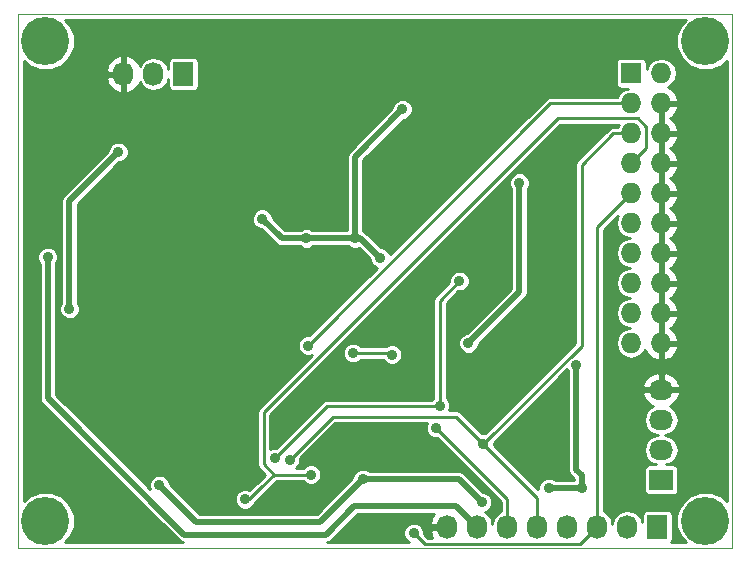
<source format=gbr>
G04 #@! TF.FileFunction,Copper,L2,Bot,Signal*
%FSLAX46Y46*%
G04 Gerber Fmt 4.6, Leading zero omitted, Abs format (unit mm)*
G04 Created by KiCad (PCBNEW (2015-01-17 BZR 5377)-product) date Fri 28 Aug 2015 03:12:13 PM ART*
%MOMM*%
G01*
G04 APERTURE LIST*
%ADD10C,0.100000*%
%ADD11R,1.727200X2.032000*%
%ADD12O,1.727200X2.032000*%
%ADD13R,2.032000X1.727200*%
%ADD14O,2.032000X1.727200*%
%ADD15R,1.727200X1.727200*%
%ADD16O,1.727200X1.727200*%
%ADD17C,4.064000*%
%ADD18C,0.889000*%
%ADD19C,0.508000*%
%ADD20C,0.762000*%
%ADD21C,0.254000*%
G04 APERTURE END LIST*
D10*
X137414000Y-78486000D02*
X136906000Y-78486000D01*
X137414000Y-123698000D02*
X137414000Y-78486000D01*
X136906000Y-123698000D02*
X137414000Y-123698000D01*
X76962000Y-78486000D02*
X76962000Y-81534000D01*
X136906000Y-78486000D02*
X76962000Y-78486000D01*
X133350000Y-123698000D02*
X136906000Y-123698000D01*
X76962000Y-81534000D02*
X76962000Y-112014000D01*
X76962000Y-123698000D02*
X133350000Y-123698000D01*
X76962000Y-112014000D02*
X76962000Y-123698000D01*
D11*
X131064000Y-121920000D03*
D12*
X128524000Y-121920000D03*
X125984000Y-121920000D03*
X123444000Y-121920000D03*
X120904000Y-121920000D03*
X118364000Y-121920000D03*
X115824000Y-121920000D03*
X113284000Y-121920000D03*
D13*
X131381500Y-117919500D03*
D14*
X131381500Y-115379500D03*
X131381500Y-112839500D03*
X131381500Y-110299500D03*
D15*
X128841500Y-83502500D03*
D16*
X131381500Y-83502500D03*
X128841500Y-86042500D03*
X131381500Y-86042500D03*
X128841500Y-88582500D03*
X131381500Y-88582500D03*
X128841500Y-91122500D03*
X131381500Y-91122500D03*
X128841500Y-93662500D03*
X131381500Y-93662500D03*
X128841500Y-96202500D03*
X131381500Y-96202500D03*
X128841500Y-98742500D03*
X131381500Y-98742500D03*
X128841500Y-101282500D03*
X131381500Y-101282500D03*
X128841500Y-103822500D03*
X131381500Y-103822500D03*
X128841500Y-106362500D03*
X131381500Y-106362500D03*
D11*
X90932000Y-83566000D03*
D12*
X88392000Y-83566000D03*
X85852000Y-83566000D03*
D17*
X79248000Y-121412000D03*
X135128000Y-80772000D03*
X79248000Y-80772000D03*
X135128000Y-121412000D03*
D18*
X88900000Y-86106000D03*
X78486000Y-92964000D03*
X105918000Y-83820000D03*
X98425000Y-104013000D03*
X96901000Y-110236000D03*
X105156000Y-116078000D03*
X102235000Y-119888000D03*
X82804000Y-109728000D03*
X86487000Y-111252000D03*
X88011000Y-107315000D03*
X106172000Y-121158000D03*
X122174000Y-111252000D03*
X120523000Y-113538000D03*
X120904000Y-103759000D03*
X123063000Y-94107000D03*
X107188000Y-104521000D03*
X111633000Y-103759000D03*
X108458000Y-110744000D03*
X101600000Y-110998000D03*
X95504000Y-106553000D03*
X100584000Y-100584000D03*
X119380000Y-108204000D03*
X127635000Y-115062000D03*
X127635000Y-116332000D03*
X88900000Y-118364000D03*
X85407500Y-90170000D03*
X81280000Y-103441500D03*
X119380000Y-92773500D03*
X115062000Y-106362500D03*
X106108500Y-117856000D03*
X116205000Y-119824500D03*
X107569000Y-99123500D03*
X97599500Y-95821500D03*
X101346000Y-97472500D03*
X109474000Y-86550500D03*
X105473500Y-97472500D03*
X124650500Y-118618000D03*
X121856500Y-118618000D03*
X124206000Y-108204000D03*
X108585000Y-107315000D03*
X105283000Y-107188000D03*
X79438500Y-99060000D03*
X96139000Y-119570500D03*
X101727000Y-117475000D03*
X110426500Y-122428000D03*
X114300000Y-101092000D03*
X98679000Y-116078000D03*
X112649000Y-111696500D03*
X99949000Y-116205000D03*
X116332000Y-114871500D03*
X112331500Y-113538000D03*
X101473000Y-106553000D03*
D19*
X106172000Y-121158000D02*
X110998000Y-121158000D01*
X110998000Y-121158000D02*
X111760000Y-121920000D01*
X111760000Y-121920000D02*
X113284000Y-121920000D01*
X122174000Y-111252000D02*
X120523000Y-112903000D01*
X120523000Y-112903000D02*
X120523000Y-113538000D01*
X120904000Y-103759000D02*
X123063000Y-101600000D01*
X123063000Y-101600000D02*
X123063000Y-94107000D01*
D20*
X107188000Y-104521000D02*
X107950000Y-103759000D01*
X107950000Y-103759000D02*
X111633000Y-103759000D01*
D19*
X108458000Y-110744000D02*
X108204000Y-110998000D01*
X108204000Y-110998000D02*
X101600000Y-110998000D01*
X131381500Y-110299500D02*
X128841500Y-110299500D01*
X127635000Y-111506000D02*
X127635000Y-115062000D01*
X127635000Y-115062000D02*
X127635000Y-116332000D01*
X128841500Y-110299500D02*
X127635000Y-111506000D01*
X106108500Y-117856000D02*
X102489000Y-121475500D01*
X92011500Y-121475500D02*
X88900000Y-118364000D01*
X102489000Y-121475500D02*
X92011500Y-121475500D01*
X81280000Y-94297500D02*
X85407500Y-90170000D01*
X81280000Y-103441500D02*
X81280000Y-94297500D01*
X115062000Y-106362500D02*
X119380000Y-102044500D01*
X119380000Y-102044500D02*
X119380000Y-92773500D01*
X114236500Y-117856000D02*
X106108500Y-117856000D01*
X116205000Y-119824500D02*
X114236500Y-117856000D01*
X105473500Y-97472500D02*
X105918000Y-97472500D01*
X105918000Y-97472500D02*
X107569000Y-99123500D01*
X101346000Y-97472500D02*
X99250500Y-97472500D01*
X99250500Y-97472500D02*
X97599500Y-95821500D01*
X105473500Y-97472500D02*
X101346000Y-97472500D01*
X105473500Y-90551000D02*
X105473500Y-97472500D01*
X109474000Y-86550500D02*
X105473500Y-90551000D01*
X121856500Y-118618000D02*
X124650500Y-118618000D01*
X124206000Y-117094000D02*
X124650500Y-117538500D01*
X124650500Y-117538500D02*
X124650500Y-118618000D01*
X124206000Y-108204000D02*
X124206000Y-117094000D01*
D21*
X108585000Y-107315000D02*
X108458000Y-107188000D01*
X108458000Y-107188000D02*
X105283000Y-107188000D01*
D19*
X115824000Y-121920000D02*
X114046000Y-120142000D01*
X79438500Y-110998000D02*
X79438500Y-99060000D01*
X90995500Y-122555000D02*
X79438500Y-110998000D01*
X102997000Y-122555000D02*
X90995500Y-122555000D01*
X105410000Y-120142000D02*
X102997000Y-122555000D01*
X114046000Y-120142000D02*
X105410000Y-120142000D01*
D21*
X97536000Y-118554500D02*
X98615500Y-117475000D01*
X96520000Y-119570500D02*
X97536000Y-118554500D01*
X96139000Y-119570500D02*
X96520000Y-119570500D01*
X101727000Y-117475000D02*
X98615500Y-117475000D01*
X130111500Y-89852500D02*
X128841500Y-91122500D01*
X98615500Y-117475000D02*
X97726500Y-116586000D01*
X97726500Y-116586000D02*
X97726500Y-112204500D01*
X97726500Y-112204500D02*
X122618500Y-87312500D01*
X122618500Y-87312500D02*
X129413000Y-87312500D01*
X129413000Y-87312500D02*
X130111500Y-88011000D01*
X130111500Y-88011000D02*
X130111500Y-89852500D01*
X125984000Y-121920000D02*
X125984000Y-96520000D01*
X125984000Y-96520000D02*
X128841500Y-93662500D01*
X125984000Y-121920000D02*
X124523500Y-123380500D01*
X111379000Y-123380500D02*
X110426500Y-122428000D01*
X124523500Y-123380500D02*
X111379000Y-123380500D01*
X112649000Y-102743000D02*
X112649000Y-111696500D01*
X114300000Y-101092000D02*
X112649000Y-102743000D01*
X103060500Y-111696500D02*
X98679000Y-116078000D01*
X112649000Y-111696500D02*
X103060500Y-111696500D01*
X116332000Y-114871500D02*
X124650500Y-106553000D01*
X127317500Y-88582500D02*
X128841500Y-88582500D01*
X124650500Y-91249500D02*
X127317500Y-88582500D01*
X124650500Y-106553000D02*
X124650500Y-91249500D01*
X116332000Y-114871500D02*
X114046000Y-112585500D01*
X103568500Y-112585500D02*
X99949000Y-116205000D01*
X114046000Y-112585500D02*
X103568500Y-112585500D01*
X120904000Y-121920000D02*
X120904000Y-119443500D01*
X120904000Y-119443500D02*
X116332000Y-114871500D01*
X118364000Y-121920000D02*
X118364000Y-119570500D01*
X118364000Y-119570500D02*
X112331500Y-113538000D01*
X121983500Y-86042500D02*
X128841500Y-86042500D01*
X101473000Y-106553000D02*
X121983500Y-86042500D01*
G36*
X113431000Y-122047000D02*
X113411000Y-122047000D01*
X113411000Y-122067000D01*
X113157000Y-122067000D01*
X113157000Y-122047000D01*
X111943076Y-122047000D01*
X111798816Y-122281913D01*
X111989310Y-122826500D01*
X111608473Y-122826500D01*
X111297924Y-122515950D01*
X111298151Y-122255408D01*
X111165753Y-121934980D01*
X110920810Y-121689609D01*
X110600613Y-121556651D01*
X110253908Y-121556349D01*
X109933480Y-121688747D01*
X109688109Y-121933690D01*
X109555151Y-122253887D01*
X109554849Y-122600592D01*
X109687247Y-122921020D01*
X109932190Y-123166391D01*
X110063702Y-123221000D01*
X103072410Y-123221000D01*
X103257607Y-123184162D01*
X103257608Y-123184162D01*
X103478540Y-123036540D01*
X105692079Y-120823000D01*
X112155263Y-120823000D01*
X111992046Y-121005680D01*
X111798816Y-121558087D01*
X111943076Y-121793000D01*
X113157000Y-121793000D01*
X113157000Y-121773000D01*
X113411000Y-121773000D01*
X113411000Y-121793000D01*
X113431000Y-121793000D01*
X113431000Y-122047000D01*
X113431000Y-122047000D01*
G37*
X113431000Y-122047000D02*
X113411000Y-122047000D01*
X113411000Y-122067000D01*
X113157000Y-122067000D01*
X113157000Y-122047000D01*
X111943076Y-122047000D01*
X111798816Y-122281913D01*
X111989310Y-122826500D01*
X111608473Y-122826500D01*
X111297924Y-122515950D01*
X111298151Y-122255408D01*
X111165753Y-121934980D01*
X110920810Y-121689609D01*
X110600613Y-121556651D01*
X110253908Y-121556349D01*
X109933480Y-121688747D01*
X109688109Y-121933690D01*
X109555151Y-122253887D01*
X109554849Y-122600592D01*
X109687247Y-122921020D01*
X109932190Y-123166391D01*
X110063702Y-123221000D01*
X103072410Y-123221000D01*
X103257607Y-123184162D01*
X103257608Y-123184162D01*
X103478540Y-123036540D01*
X105692079Y-120823000D01*
X112155263Y-120823000D01*
X111992046Y-121005680D01*
X111798816Y-121558087D01*
X111943076Y-121793000D01*
X113157000Y-121793000D01*
X113157000Y-121773000D01*
X113411000Y-121773000D01*
X113411000Y-121793000D01*
X113431000Y-121793000D01*
X113431000Y-122047000D01*
G36*
X123969500Y-117937000D02*
X122408100Y-117937000D01*
X122350810Y-117879609D01*
X122030613Y-117746651D01*
X121683908Y-117746349D01*
X121363480Y-117878747D01*
X121118109Y-118123690D01*
X120985151Y-118443887D01*
X120984892Y-118740918D01*
X117203424Y-114959450D01*
X117203577Y-114783396D01*
X123415055Y-108571918D01*
X123466747Y-108697020D01*
X123525000Y-108755374D01*
X123525000Y-117094000D01*
X123576838Y-117354608D01*
X123724460Y-117575540D01*
X123969500Y-117820580D01*
X123969500Y-117937000D01*
X123969500Y-117937000D01*
G37*
X123969500Y-117937000D02*
X122408100Y-117937000D01*
X122350810Y-117879609D01*
X122030613Y-117746651D01*
X121683908Y-117746349D01*
X121363480Y-117878747D01*
X121118109Y-118123690D01*
X120985151Y-118443887D01*
X120984892Y-118740918D01*
X117203424Y-114959450D01*
X117203577Y-114783396D01*
X123415055Y-108571918D01*
X123466747Y-108697020D01*
X123525000Y-108755374D01*
X123525000Y-117094000D01*
X123576838Y-117354608D01*
X123724460Y-117575540D01*
X123969500Y-117820580D01*
X123969500Y-117937000D01*
G36*
X127772265Y-87866500D02*
X127664020Y-88028500D01*
X127317500Y-88028500D01*
X127105494Y-88070670D01*
X126925763Y-88190763D01*
X124258763Y-90857763D01*
X124138671Y-91037493D01*
X124096500Y-91249500D01*
X124096500Y-106323526D01*
X120251651Y-110168374D01*
X120251651Y-92600908D01*
X120119253Y-92280480D01*
X119874310Y-92035109D01*
X119554113Y-91902151D01*
X119207408Y-91901849D01*
X118886980Y-92034247D01*
X118641609Y-92279190D01*
X118508651Y-92599387D01*
X118508349Y-92946092D01*
X118640747Y-93266520D01*
X118699000Y-93324874D01*
X118699000Y-101762420D01*
X114970500Y-105490919D01*
X114889408Y-105490849D01*
X114568980Y-105623247D01*
X114323609Y-105868190D01*
X114190651Y-106188387D01*
X114190349Y-106535092D01*
X114322747Y-106855520D01*
X114567690Y-107100891D01*
X114887887Y-107233849D01*
X115234592Y-107234151D01*
X115555020Y-107101753D01*
X115800391Y-106856810D01*
X115933349Y-106536613D01*
X115933420Y-106454159D01*
X119861540Y-102526040D01*
X120009162Y-102305108D01*
X120009162Y-102305107D01*
X120061000Y-102044500D01*
X120061000Y-93325100D01*
X120118391Y-93267810D01*
X120251349Y-92947613D01*
X120251651Y-92600908D01*
X120251651Y-110168374D01*
X116419950Y-114000075D01*
X116243896Y-113999922D01*
X114437737Y-112193763D01*
X114258007Y-112073671D01*
X114046000Y-112031500D01*
X113453542Y-112031500D01*
X113520349Y-111870613D01*
X113520651Y-111523908D01*
X113388253Y-111203480D01*
X113203000Y-111017903D01*
X113203000Y-102972474D01*
X114212049Y-101963424D01*
X114472592Y-101963651D01*
X114793020Y-101831253D01*
X115038391Y-101586310D01*
X115171349Y-101266113D01*
X115171651Y-100919408D01*
X115039253Y-100598980D01*
X114794310Y-100353609D01*
X114474113Y-100220651D01*
X114127408Y-100220349D01*
X113806980Y-100352747D01*
X113561609Y-100597690D01*
X113428651Y-100917887D01*
X113428422Y-101180103D01*
X112257263Y-102351263D01*
X112137171Y-102530993D01*
X112095000Y-102743000D01*
X112095000Y-111018120D01*
X111970403Y-111142500D01*
X109456651Y-111142500D01*
X109456651Y-107142408D01*
X109324253Y-106821980D01*
X109079310Y-106576609D01*
X108759113Y-106443651D01*
X108412408Y-106443349D01*
X108091980Y-106575747D01*
X108033625Y-106634000D01*
X105961379Y-106634000D01*
X105777310Y-106449609D01*
X105457113Y-106316651D01*
X105110408Y-106316349D01*
X104789980Y-106448747D01*
X104544609Y-106693690D01*
X104411651Y-107013887D01*
X104411349Y-107360592D01*
X104543747Y-107681020D01*
X104788690Y-107926391D01*
X105108887Y-108059349D01*
X105455592Y-108059651D01*
X105776020Y-107927253D01*
X105961596Y-107742000D01*
X107818468Y-107742000D01*
X107845747Y-107808020D01*
X108090690Y-108053391D01*
X108410887Y-108186349D01*
X108757592Y-108186651D01*
X109078020Y-108054253D01*
X109323391Y-107809310D01*
X109456349Y-107489113D01*
X109456651Y-107142408D01*
X109456651Y-111142500D01*
X103060500Y-111142500D01*
X102848494Y-111184670D01*
X102668763Y-111304763D01*
X98766950Y-115206575D01*
X98506408Y-115206349D01*
X98280500Y-115299692D01*
X98280500Y-112433974D01*
X122847973Y-87866500D01*
X127772265Y-87866500D01*
X127772265Y-87866500D01*
G37*
X127772265Y-87866500D02*
X127664020Y-88028500D01*
X127317500Y-88028500D01*
X127105494Y-88070670D01*
X126925763Y-88190763D01*
X124258763Y-90857763D01*
X124138671Y-91037493D01*
X124096500Y-91249500D01*
X124096500Y-106323526D01*
X120251651Y-110168374D01*
X120251651Y-92600908D01*
X120119253Y-92280480D01*
X119874310Y-92035109D01*
X119554113Y-91902151D01*
X119207408Y-91901849D01*
X118886980Y-92034247D01*
X118641609Y-92279190D01*
X118508651Y-92599387D01*
X118508349Y-92946092D01*
X118640747Y-93266520D01*
X118699000Y-93324874D01*
X118699000Y-101762420D01*
X114970500Y-105490919D01*
X114889408Y-105490849D01*
X114568980Y-105623247D01*
X114323609Y-105868190D01*
X114190651Y-106188387D01*
X114190349Y-106535092D01*
X114322747Y-106855520D01*
X114567690Y-107100891D01*
X114887887Y-107233849D01*
X115234592Y-107234151D01*
X115555020Y-107101753D01*
X115800391Y-106856810D01*
X115933349Y-106536613D01*
X115933420Y-106454159D01*
X119861540Y-102526040D01*
X120009162Y-102305108D01*
X120009162Y-102305107D01*
X120061000Y-102044500D01*
X120061000Y-93325100D01*
X120118391Y-93267810D01*
X120251349Y-92947613D01*
X120251651Y-92600908D01*
X120251651Y-110168374D01*
X116419950Y-114000075D01*
X116243896Y-113999922D01*
X114437737Y-112193763D01*
X114258007Y-112073671D01*
X114046000Y-112031500D01*
X113453542Y-112031500D01*
X113520349Y-111870613D01*
X113520651Y-111523908D01*
X113388253Y-111203480D01*
X113203000Y-111017903D01*
X113203000Y-102972474D01*
X114212049Y-101963424D01*
X114472592Y-101963651D01*
X114793020Y-101831253D01*
X115038391Y-101586310D01*
X115171349Y-101266113D01*
X115171651Y-100919408D01*
X115039253Y-100598980D01*
X114794310Y-100353609D01*
X114474113Y-100220651D01*
X114127408Y-100220349D01*
X113806980Y-100352747D01*
X113561609Y-100597690D01*
X113428651Y-100917887D01*
X113428422Y-101180103D01*
X112257263Y-102351263D01*
X112137171Y-102530993D01*
X112095000Y-102743000D01*
X112095000Y-111018120D01*
X111970403Y-111142500D01*
X109456651Y-111142500D01*
X109456651Y-107142408D01*
X109324253Y-106821980D01*
X109079310Y-106576609D01*
X108759113Y-106443651D01*
X108412408Y-106443349D01*
X108091980Y-106575747D01*
X108033625Y-106634000D01*
X105961379Y-106634000D01*
X105777310Y-106449609D01*
X105457113Y-106316651D01*
X105110408Y-106316349D01*
X104789980Y-106448747D01*
X104544609Y-106693690D01*
X104411651Y-107013887D01*
X104411349Y-107360592D01*
X104543747Y-107681020D01*
X104788690Y-107926391D01*
X105108887Y-108059349D01*
X105455592Y-108059651D01*
X105776020Y-107927253D01*
X105961596Y-107742000D01*
X107818468Y-107742000D01*
X107845747Y-107808020D01*
X108090690Y-108053391D01*
X108410887Y-108186349D01*
X108757592Y-108186651D01*
X109078020Y-108054253D01*
X109323391Y-107809310D01*
X109456349Y-107489113D01*
X109456651Y-107142408D01*
X109456651Y-111142500D01*
X103060500Y-111142500D01*
X102848494Y-111184670D01*
X102668763Y-111304763D01*
X98766950Y-115206575D01*
X98506408Y-115206349D01*
X98280500Y-115299692D01*
X98280500Y-112433974D01*
X122847973Y-87866500D01*
X127772265Y-87866500D01*
G36*
X136937000Y-119743569D02*
X136522730Y-119328577D01*
X135619271Y-118953427D01*
X134641020Y-118952574D01*
X133736908Y-119326145D01*
X133044577Y-120017270D01*
X132988858Y-120151455D01*
X132988858Y-110658526D01*
X132988858Y-109940474D01*
X132986209Y-109924709D01*
X132836458Y-109613832D01*
X132836458Y-106721526D01*
X132836458Y-106003474D01*
X132664188Y-105587553D01*
X132269990Y-105155679D01*
X132135187Y-105092500D01*
X132269990Y-105029321D01*
X132664188Y-104597447D01*
X132836458Y-104181526D01*
X132836458Y-103463474D01*
X132664188Y-103047553D01*
X132269990Y-102615679D01*
X132135187Y-102552500D01*
X132269990Y-102489321D01*
X132664188Y-102057447D01*
X132836458Y-101641526D01*
X132836458Y-100923474D01*
X132664188Y-100507553D01*
X132269990Y-100075679D01*
X132135187Y-100012500D01*
X132269990Y-99949321D01*
X132664188Y-99517447D01*
X132836458Y-99101526D01*
X132836458Y-98383474D01*
X132664188Y-97967553D01*
X132269990Y-97535679D01*
X132135187Y-97472500D01*
X132269990Y-97409321D01*
X132664188Y-96977447D01*
X132836458Y-96561526D01*
X132836458Y-95843474D01*
X132664188Y-95427553D01*
X132269990Y-94995679D01*
X132135187Y-94932500D01*
X132269990Y-94869321D01*
X132664188Y-94437447D01*
X132836458Y-94021526D01*
X132836458Y-93303474D01*
X132664188Y-92887553D01*
X132269990Y-92455679D01*
X132135187Y-92392500D01*
X132269990Y-92329321D01*
X132664188Y-91897447D01*
X132836458Y-91481526D01*
X132836458Y-90763474D01*
X132664188Y-90347553D01*
X132269990Y-89915679D01*
X132135187Y-89852500D01*
X132269990Y-89789321D01*
X132664188Y-89357447D01*
X132836458Y-88941526D01*
X132836458Y-88223474D01*
X132664188Y-87807553D01*
X132269990Y-87375679D01*
X132135187Y-87312500D01*
X132269990Y-87249321D01*
X132664188Y-86817447D01*
X132836458Y-86401526D01*
X132715317Y-86169500D01*
X131508500Y-86169500D01*
X131508500Y-87248031D01*
X131508500Y-87376969D01*
X131508500Y-88455500D01*
X132715317Y-88455500D01*
X132836458Y-88223474D01*
X132836458Y-88941526D01*
X132715317Y-88709500D01*
X131508500Y-88709500D01*
X131508500Y-89788031D01*
X131508500Y-89916969D01*
X131508500Y-90995500D01*
X132715317Y-90995500D01*
X132836458Y-90763474D01*
X132836458Y-91481526D01*
X132715317Y-91249500D01*
X131508500Y-91249500D01*
X131508500Y-92328031D01*
X131508500Y-92456969D01*
X131508500Y-93535500D01*
X132715317Y-93535500D01*
X132836458Y-93303474D01*
X132836458Y-94021526D01*
X132715317Y-93789500D01*
X131508500Y-93789500D01*
X131508500Y-94868031D01*
X131508500Y-94996969D01*
X131508500Y-96075500D01*
X132715317Y-96075500D01*
X132836458Y-95843474D01*
X132836458Y-96561526D01*
X132715317Y-96329500D01*
X131508500Y-96329500D01*
X131508500Y-97408031D01*
X131508500Y-97536969D01*
X131508500Y-98615500D01*
X132715317Y-98615500D01*
X132836458Y-98383474D01*
X132836458Y-99101526D01*
X132715317Y-98869500D01*
X131508500Y-98869500D01*
X131508500Y-99948031D01*
X131508500Y-100076969D01*
X131508500Y-101155500D01*
X132715317Y-101155500D01*
X132836458Y-100923474D01*
X132836458Y-101641526D01*
X132715317Y-101409500D01*
X131508500Y-101409500D01*
X131508500Y-102488031D01*
X131508500Y-102616969D01*
X131508500Y-103695500D01*
X132715317Y-103695500D01*
X132836458Y-103463474D01*
X132836458Y-104181526D01*
X132715317Y-103949500D01*
X131508500Y-103949500D01*
X131508500Y-105028031D01*
X131508500Y-105156969D01*
X131508500Y-106235500D01*
X132715317Y-106235500D01*
X132836458Y-106003474D01*
X132836458Y-106721526D01*
X132715317Y-106489500D01*
X131508500Y-106489500D01*
X131508500Y-107696969D01*
X131740527Y-107817468D01*
X132269990Y-107569321D01*
X132664188Y-107137447D01*
X132836458Y-106721526D01*
X132836458Y-109613832D01*
X132732232Y-109397464D01*
X132295820Y-109007546D01*
X131743413Y-108814316D01*
X131508500Y-108958576D01*
X131508500Y-110172500D01*
X132867717Y-110172500D01*
X132988858Y-109940474D01*
X132988858Y-110658526D01*
X132867717Y-110426500D01*
X131508500Y-110426500D01*
X131508500Y-110446500D01*
X131254500Y-110446500D01*
X131254500Y-110426500D01*
X131254500Y-110172500D01*
X131254500Y-108958576D01*
X131019587Y-108814316D01*
X130467180Y-109007546D01*
X130030768Y-109397464D01*
X129776791Y-109924709D01*
X129774142Y-109940474D01*
X129895283Y-110172500D01*
X131254500Y-110172500D01*
X131254500Y-110426500D01*
X129895283Y-110426500D01*
X129774142Y-110658526D01*
X129776791Y-110674291D01*
X130030768Y-111201536D01*
X130467180Y-111591454D01*
X130679256Y-111665637D01*
X130288238Y-111926908D01*
X130008471Y-112345609D01*
X129910230Y-112839500D01*
X130008471Y-113333391D01*
X130288238Y-113752092D01*
X130706939Y-114031859D01*
X131097266Y-114109500D01*
X130706939Y-114187141D01*
X130288238Y-114466908D01*
X130008471Y-114885609D01*
X129910230Y-115379500D01*
X130008471Y-115873391D01*
X130288238Y-116292092D01*
X130706939Y-116571859D01*
X130951649Y-116620535D01*
X130365500Y-116620535D01*
X130202686Y-116652124D01*
X130059588Y-116746124D01*
X129963800Y-116888032D01*
X129930135Y-117055900D01*
X129930135Y-118783100D01*
X129961724Y-118945914D01*
X130055724Y-119089012D01*
X130197632Y-119184800D01*
X130365500Y-119218465D01*
X132397500Y-119218465D01*
X132560314Y-119186876D01*
X132703412Y-119092876D01*
X132799200Y-118950968D01*
X132832865Y-118783100D01*
X132832865Y-117055900D01*
X132801276Y-116893086D01*
X132707276Y-116749988D01*
X132565368Y-116654200D01*
X132397500Y-116620535D01*
X131811350Y-116620535D01*
X132056061Y-116571859D01*
X132474762Y-116292092D01*
X132754529Y-115873391D01*
X132852770Y-115379500D01*
X132754529Y-114885609D01*
X132474762Y-114466908D01*
X132056061Y-114187141D01*
X131665733Y-114109500D01*
X132056061Y-114031859D01*
X132474762Y-113752092D01*
X132754529Y-113333391D01*
X132852770Y-112839500D01*
X132754529Y-112345609D01*
X132474762Y-111926908D01*
X132083743Y-111665637D01*
X132295820Y-111591454D01*
X132732232Y-111201536D01*
X132986209Y-110674291D01*
X132988858Y-110658526D01*
X132988858Y-120151455D01*
X132669427Y-120920729D01*
X132668574Y-121898980D01*
X133042145Y-122803092D01*
X133459325Y-123221000D01*
X133350000Y-123221000D01*
X132250235Y-123221000D01*
X132329300Y-123103868D01*
X132362965Y-122936000D01*
X132362965Y-120904000D01*
X132331376Y-120741186D01*
X132237376Y-120598088D01*
X132095468Y-120502300D01*
X131927600Y-120468635D01*
X130200400Y-120468635D01*
X130037586Y-120500224D01*
X129894488Y-120594224D01*
X129798700Y-120736132D01*
X129765035Y-120904000D01*
X129765035Y-121490149D01*
X129716359Y-121245439D01*
X129436592Y-120826738D01*
X129017891Y-120546971D01*
X128524000Y-120448730D01*
X128030109Y-120546971D01*
X127611408Y-120826738D01*
X127331641Y-121245439D01*
X127254000Y-121635766D01*
X127176359Y-121245439D01*
X126896592Y-120826738D01*
X126538000Y-120587134D01*
X126538000Y-96749474D01*
X127714455Y-95573018D01*
X127623857Y-95708609D01*
X127525616Y-96202500D01*
X127623857Y-96696391D01*
X127903624Y-97115092D01*
X128322325Y-97394859D01*
X128712652Y-97472500D01*
X128322325Y-97550141D01*
X127903624Y-97829908D01*
X127623857Y-98248609D01*
X127525616Y-98742500D01*
X127623857Y-99236391D01*
X127903624Y-99655092D01*
X128322325Y-99934859D01*
X128712652Y-100012500D01*
X128322325Y-100090141D01*
X127903624Y-100369908D01*
X127623857Y-100788609D01*
X127525616Y-101282500D01*
X127623857Y-101776391D01*
X127903624Y-102195092D01*
X128322325Y-102474859D01*
X128712652Y-102552500D01*
X128322325Y-102630141D01*
X127903624Y-102909908D01*
X127623857Y-103328609D01*
X127525616Y-103822500D01*
X127623857Y-104316391D01*
X127903624Y-104735092D01*
X128322325Y-105014859D01*
X128712652Y-105092500D01*
X128322325Y-105170141D01*
X127903624Y-105449908D01*
X127623857Y-105868609D01*
X127525616Y-106362500D01*
X127623857Y-106856391D01*
X127903624Y-107275092D01*
X128322325Y-107554859D01*
X128816216Y-107653100D01*
X128866784Y-107653100D01*
X129360675Y-107554859D01*
X129779376Y-107275092D01*
X130011768Y-106927292D01*
X130098812Y-107137447D01*
X130493010Y-107569321D01*
X131022473Y-107817468D01*
X131254500Y-107696969D01*
X131254500Y-106489500D01*
X131234500Y-106489500D01*
X131234500Y-106235500D01*
X131254500Y-106235500D01*
X131254500Y-105156969D01*
X131254500Y-105028031D01*
X131254500Y-103949500D01*
X131234500Y-103949500D01*
X131234500Y-103695500D01*
X131254500Y-103695500D01*
X131254500Y-102616969D01*
X131254500Y-102488031D01*
X131254500Y-101409500D01*
X131234500Y-101409500D01*
X131234500Y-101155500D01*
X131254500Y-101155500D01*
X131254500Y-100076969D01*
X131254500Y-99948031D01*
X131254500Y-98869500D01*
X131234500Y-98869500D01*
X131234500Y-98615500D01*
X131254500Y-98615500D01*
X131254500Y-97536969D01*
X131254500Y-97408031D01*
X131254500Y-96329500D01*
X131234500Y-96329500D01*
X131234500Y-96075500D01*
X131254500Y-96075500D01*
X131254500Y-94996969D01*
X131254500Y-94868031D01*
X131254500Y-93789500D01*
X131234500Y-93789500D01*
X131234500Y-93535500D01*
X131254500Y-93535500D01*
X131254500Y-92456969D01*
X131254500Y-92328031D01*
X131254500Y-91249500D01*
X131234500Y-91249500D01*
X131234500Y-90995500D01*
X131254500Y-90995500D01*
X131254500Y-89916969D01*
X131254500Y-89788031D01*
X131254500Y-88709500D01*
X131234500Y-88709500D01*
X131234500Y-88455500D01*
X131254500Y-88455500D01*
X131254500Y-87376969D01*
X131254500Y-87248031D01*
X131254500Y-86169500D01*
X131234500Y-86169500D01*
X131234500Y-85915500D01*
X131254500Y-85915500D01*
X131254500Y-85895500D01*
X131508500Y-85895500D01*
X131508500Y-85915500D01*
X132715317Y-85915500D01*
X132836458Y-85683474D01*
X132664188Y-85267553D01*
X132269990Y-84835679D01*
X131929059Y-84675892D01*
X132319376Y-84415092D01*
X132599143Y-83996391D01*
X132697384Y-83502500D01*
X132599143Y-83008609D01*
X132319376Y-82589908D01*
X131900675Y-82310141D01*
X131406784Y-82211900D01*
X131356216Y-82211900D01*
X130862325Y-82310141D01*
X130443624Y-82589908D01*
X130163857Y-83008609D01*
X130140465Y-83126208D01*
X130140465Y-82638900D01*
X130108876Y-82476086D01*
X130014876Y-82332988D01*
X129872968Y-82237200D01*
X129705100Y-82203535D01*
X127977900Y-82203535D01*
X127815086Y-82235124D01*
X127671988Y-82329124D01*
X127576200Y-82471032D01*
X127542535Y-82638900D01*
X127542535Y-84366100D01*
X127574124Y-84528914D01*
X127668124Y-84672012D01*
X127810032Y-84767800D01*
X127977900Y-84801465D01*
X128567035Y-84801465D01*
X128322325Y-84850141D01*
X127903624Y-85129908D01*
X127664020Y-85488500D01*
X121983500Y-85488500D01*
X121771493Y-85530671D01*
X121591763Y-85650763D01*
X108397076Y-98845449D01*
X108308253Y-98630480D01*
X108063310Y-98385109D01*
X107743113Y-98252151D01*
X107660658Y-98252079D01*
X106399540Y-96990960D01*
X106178608Y-96843338D01*
X106154500Y-96838542D01*
X106154500Y-90833079D01*
X109565498Y-87422080D01*
X109646592Y-87422151D01*
X109967020Y-87289753D01*
X110212391Y-87044810D01*
X110345349Y-86724613D01*
X110345651Y-86377908D01*
X110213253Y-86057480D01*
X109968310Y-85812109D01*
X109648113Y-85679151D01*
X109301408Y-85678849D01*
X108980980Y-85811247D01*
X108735609Y-86056190D01*
X108602651Y-86376387D01*
X108602579Y-86458841D01*
X104991960Y-90069460D01*
X104844338Y-90290392D01*
X104792500Y-90551000D01*
X104792500Y-96791500D01*
X101897600Y-96791500D01*
X101840310Y-96734109D01*
X101520113Y-96601151D01*
X101173408Y-96600849D01*
X100852980Y-96733247D01*
X100794625Y-96791500D01*
X99532579Y-96791500D01*
X98471080Y-95730000D01*
X98471151Y-95648908D01*
X98338753Y-95328480D01*
X98093810Y-95083109D01*
X97773613Y-94950151D01*
X97426908Y-94949849D01*
X97106480Y-95082247D01*
X96861109Y-95327190D01*
X96728151Y-95647387D01*
X96727849Y-95994092D01*
X96860247Y-96314520D01*
X97105190Y-96559891D01*
X97425387Y-96692849D01*
X97507841Y-96692920D01*
X98768957Y-97954036D01*
X98768960Y-97954040D01*
X98768961Y-97954040D01*
X98989893Y-98101662D01*
X99250500Y-98153501D01*
X99250500Y-98153500D01*
X99250505Y-98153500D01*
X100794399Y-98153500D01*
X100851690Y-98210891D01*
X101171887Y-98343849D01*
X101518592Y-98344151D01*
X101839020Y-98211753D01*
X101897374Y-98153500D01*
X104921899Y-98153500D01*
X104979190Y-98210891D01*
X105299387Y-98343849D01*
X105646092Y-98344151D01*
X105773802Y-98291382D01*
X106697419Y-99214998D01*
X106697349Y-99296092D01*
X106829747Y-99616520D01*
X107074690Y-99861891D01*
X107290869Y-99951656D01*
X101560950Y-105681575D01*
X101300408Y-105681349D01*
X100979980Y-105813747D01*
X100734609Y-106058690D01*
X100601651Y-106378887D01*
X100601349Y-106725592D01*
X100733747Y-107046020D01*
X100978690Y-107291391D01*
X101298887Y-107424349D01*
X101645592Y-107424651D01*
X101777292Y-107370233D01*
X97334763Y-111812763D01*
X97214671Y-111992493D01*
X97172500Y-112204500D01*
X97172500Y-116586000D01*
X97214671Y-116798007D01*
X97334763Y-116977737D01*
X97832026Y-117475000D01*
X97144263Y-118162763D01*
X96521390Y-118785635D01*
X96313113Y-118699151D01*
X95966408Y-118698849D01*
X95645980Y-118831247D01*
X95400609Y-119076190D01*
X95267651Y-119396387D01*
X95267349Y-119743092D01*
X95399747Y-120063520D01*
X95644690Y-120308891D01*
X95964887Y-120441849D01*
X96311592Y-120442151D01*
X96632020Y-120309753D01*
X96877391Y-120064810D01*
X96925838Y-119948135D01*
X97927737Y-118946237D01*
X98844973Y-118029000D01*
X101048620Y-118029000D01*
X101232690Y-118213391D01*
X101552887Y-118346349D01*
X101899592Y-118346651D01*
X102220020Y-118214253D01*
X102465391Y-117969310D01*
X102598349Y-117649113D01*
X102598651Y-117302408D01*
X102466253Y-116981980D01*
X102221310Y-116736609D01*
X101901113Y-116603651D01*
X101554408Y-116603349D01*
X101233980Y-116735747D01*
X101048403Y-116921000D01*
X100465313Y-116921000D01*
X100687391Y-116699310D01*
X100820349Y-116379113D01*
X100820577Y-116116896D01*
X103797973Y-113139500D01*
X111553325Y-113139500D01*
X111460151Y-113363887D01*
X111459849Y-113710592D01*
X111592247Y-114031020D01*
X111837190Y-114276391D01*
X112157387Y-114409349D01*
X112419603Y-114409577D01*
X117810000Y-119799974D01*
X117810000Y-120587134D01*
X117451408Y-120826738D01*
X117171641Y-121245439D01*
X117094000Y-121635766D01*
X117016359Y-121245439D01*
X116736592Y-120826738D01*
X116478657Y-120654391D01*
X116698020Y-120563753D01*
X116943391Y-120318810D01*
X117076349Y-119998613D01*
X117076651Y-119651908D01*
X116944253Y-119331480D01*
X116699310Y-119086109D01*
X116379113Y-118953151D01*
X116296658Y-118953079D01*
X114718040Y-117374460D01*
X114497108Y-117226838D01*
X114236500Y-117175000D01*
X106660100Y-117175000D01*
X106602810Y-117117609D01*
X106282613Y-116984651D01*
X105935908Y-116984349D01*
X105615480Y-117116747D01*
X105370109Y-117361690D01*
X105237151Y-117681887D01*
X105237079Y-117764340D01*
X102206920Y-120794500D01*
X92293579Y-120794500D01*
X92230965Y-120731885D01*
X92230965Y-84582000D01*
X92230965Y-82550000D01*
X92199376Y-82387186D01*
X92105376Y-82244088D01*
X91963468Y-82148300D01*
X91795600Y-82114635D01*
X90068400Y-82114635D01*
X89905586Y-82146224D01*
X89762488Y-82240224D01*
X89666700Y-82382132D01*
X89633035Y-82550000D01*
X89633035Y-83136149D01*
X89584359Y-82891439D01*
X89304592Y-82472738D01*
X88885891Y-82192971D01*
X88392000Y-82094730D01*
X87898109Y-82192971D01*
X87479408Y-82472738D01*
X87218137Y-82863756D01*
X87143954Y-82651680D01*
X86754036Y-82215268D01*
X86226791Y-81961291D01*
X86211026Y-81958642D01*
X85979000Y-82079783D01*
X85979000Y-83439000D01*
X85999000Y-83439000D01*
X85999000Y-83693000D01*
X85979000Y-83693000D01*
X85979000Y-85052217D01*
X86211026Y-85173358D01*
X86226791Y-85170709D01*
X86754036Y-84916732D01*
X87143954Y-84480320D01*
X87218137Y-84268243D01*
X87479408Y-84659262D01*
X87898109Y-84939029D01*
X88392000Y-85037270D01*
X88885891Y-84939029D01*
X89304592Y-84659262D01*
X89584359Y-84240561D01*
X89633035Y-83995850D01*
X89633035Y-84582000D01*
X89664624Y-84744814D01*
X89758624Y-84887912D01*
X89900532Y-84983700D01*
X90068400Y-85017365D01*
X91795600Y-85017365D01*
X91958414Y-84985776D01*
X92101512Y-84891776D01*
X92197300Y-84749868D01*
X92230965Y-84582000D01*
X92230965Y-120731885D01*
X89771580Y-118272500D01*
X89771651Y-118191408D01*
X89639253Y-117870980D01*
X89394310Y-117625609D01*
X89074113Y-117492651D01*
X88727408Y-117492349D01*
X88406980Y-117624747D01*
X88161609Y-117869690D01*
X88028651Y-118189887D01*
X88028349Y-118536592D01*
X88090437Y-118686857D01*
X86279151Y-116875571D01*
X86279151Y-89997408D01*
X86146753Y-89676980D01*
X85901810Y-89431609D01*
X85725000Y-89358190D01*
X85725000Y-85052217D01*
X85725000Y-83693000D01*
X85725000Y-83439000D01*
X85725000Y-82079783D01*
X85492974Y-81958642D01*
X85477209Y-81961291D01*
X84949964Y-82215268D01*
X84560046Y-82651680D01*
X84366816Y-83204087D01*
X84511076Y-83439000D01*
X85725000Y-83439000D01*
X85725000Y-83693000D01*
X84511076Y-83693000D01*
X84366816Y-83927913D01*
X84560046Y-84480320D01*
X84949964Y-84916732D01*
X85477209Y-85170709D01*
X85492974Y-85173358D01*
X85725000Y-85052217D01*
X85725000Y-89358190D01*
X85581613Y-89298651D01*
X85234908Y-89298349D01*
X84914480Y-89430747D01*
X84669109Y-89675690D01*
X84536151Y-89995887D01*
X84536079Y-90078341D01*
X80798460Y-93815960D01*
X80650838Y-94036892D01*
X80599000Y-94297500D01*
X80599000Y-102889899D01*
X80541609Y-102947190D01*
X80408651Y-103267387D01*
X80408349Y-103614092D01*
X80540747Y-103934520D01*
X80785690Y-104179891D01*
X81105887Y-104312849D01*
X81452592Y-104313151D01*
X81773020Y-104180753D01*
X82018391Y-103935810D01*
X82151349Y-103615613D01*
X82151651Y-103268908D01*
X82019253Y-102948480D01*
X81961000Y-102890125D01*
X81961000Y-94579579D01*
X85498998Y-91041580D01*
X85580092Y-91041651D01*
X85900520Y-90909253D01*
X86145891Y-90664310D01*
X86278849Y-90344113D01*
X86279151Y-89997408D01*
X86279151Y-116875571D01*
X80119500Y-110715920D01*
X80119500Y-99611600D01*
X80176891Y-99554310D01*
X80309849Y-99234113D01*
X80310151Y-98887408D01*
X80177753Y-98566980D01*
X79932810Y-98321609D01*
X79612613Y-98188651D01*
X79265908Y-98188349D01*
X78945480Y-98320747D01*
X78700109Y-98565690D01*
X78567151Y-98885887D01*
X78566849Y-99232592D01*
X78699247Y-99553020D01*
X78757500Y-99611374D01*
X78757500Y-110998000D01*
X78809338Y-111258608D01*
X78956960Y-111479540D01*
X90513960Y-123036540D01*
X90734892Y-123184162D01*
X90734893Y-123184162D01*
X90920089Y-123221000D01*
X80916430Y-123221000D01*
X81331423Y-122806730D01*
X81706573Y-121903271D01*
X81707426Y-120925020D01*
X81333855Y-120020908D01*
X80642730Y-119328577D01*
X79739271Y-118953427D01*
X78761020Y-118952574D01*
X77856908Y-119326145D01*
X77439000Y-119743325D01*
X77439000Y-112014000D01*
X77439000Y-82440430D01*
X77853270Y-82855423D01*
X78756729Y-83230573D01*
X79734980Y-83231426D01*
X80639092Y-82857855D01*
X81331423Y-82166730D01*
X81706573Y-81263271D01*
X81707426Y-80285020D01*
X81333855Y-79380908D01*
X80916674Y-78963000D01*
X133459569Y-78963000D01*
X133044577Y-79377270D01*
X132669427Y-80280729D01*
X132668574Y-81258980D01*
X133042145Y-82163092D01*
X133733270Y-82855423D01*
X134636729Y-83230573D01*
X135614980Y-83231426D01*
X136519092Y-82857855D01*
X136937000Y-82440674D01*
X136937000Y-119743569D01*
X136937000Y-119743569D01*
G37*
X136937000Y-119743569D02*
X136522730Y-119328577D01*
X135619271Y-118953427D01*
X134641020Y-118952574D01*
X133736908Y-119326145D01*
X133044577Y-120017270D01*
X132988858Y-120151455D01*
X132988858Y-110658526D01*
X132988858Y-109940474D01*
X132986209Y-109924709D01*
X132836458Y-109613832D01*
X132836458Y-106721526D01*
X132836458Y-106003474D01*
X132664188Y-105587553D01*
X132269990Y-105155679D01*
X132135187Y-105092500D01*
X132269990Y-105029321D01*
X132664188Y-104597447D01*
X132836458Y-104181526D01*
X132836458Y-103463474D01*
X132664188Y-103047553D01*
X132269990Y-102615679D01*
X132135187Y-102552500D01*
X132269990Y-102489321D01*
X132664188Y-102057447D01*
X132836458Y-101641526D01*
X132836458Y-100923474D01*
X132664188Y-100507553D01*
X132269990Y-100075679D01*
X132135187Y-100012500D01*
X132269990Y-99949321D01*
X132664188Y-99517447D01*
X132836458Y-99101526D01*
X132836458Y-98383474D01*
X132664188Y-97967553D01*
X132269990Y-97535679D01*
X132135187Y-97472500D01*
X132269990Y-97409321D01*
X132664188Y-96977447D01*
X132836458Y-96561526D01*
X132836458Y-95843474D01*
X132664188Y-95427553D01*
X132269990Y-94995679D01*
X132135187Y-94932500D01*
X132269990Y-94869321D01*
X132664188Y-94437447D01*
X132836458Y-94021526D01*
X132836458Y-93303474D01*
X132664188Y-92887553D01*
X132269990Y-92455679D01*
X132135187Y-92392500D01*
X132269990Y-92329321D01*
X132664188Y-91897447D01*
X132836458Y-91481526D01*
X132836458Y-90763474D01*
X132664188Y-90347553D01*
X132269990Y-89915679D01*
X132135187Y-89852500D01*
X132269990Y-89789321D01*
X132664188Y-89357447D01*
X132836458Y-88941526D01*
X132836458Y-88223474D01*
X132664188Y-87807553D01*
X132269990Y-87375679D01*
X132135187Y-87312500D01*
X132269990Y-87249321D01*
X132664188Y-86817447D01*
X132836458Y-86401526D01*
X132715317Y-86169500D01*
X131508500Y-86169500D01*
X131508500Y-87248031D01*
X131508500Y-87376969D01*
X131508500Y-88455500D01*
X132715317Y-88455500D01*
X132836458Y-88223474D01*
X132836458Y-88941526D01*
X132715317Y-88709500D01*
X131508500Y-88709500D01*
X131508500Y-89788031D01*
X131508500Y-89916969D01*
X131508500Y-90995500D01*
X132715317Y-90995500D01*
X132836458Y-90763474D01*
X132836458Y-91481526D01*
X132715317Y-91249500D01*
X131508500Y-91249500D01*
X131508500Y-92328031D01*
X131508500Y-92456969D01*
X131508500Y-93535500D01*
X132715317Y-93535500D01*
X132836458Y-93303474D01*
X132836458Y-94021526D01*
X132715317Y-93789500D01*
X131508500Y-93789500D01*
X131508500Y-94868031D01*
X131508500Y-94996969D01*
X131508500Y-96075500D01*
X132715317Y-96075500D01*
X132836458Y-95843474D01*
X132836458Y-96561526D01*
X132715317Y-96329500D01*
X131508500Y-96329500D01*
X131508500Y-97408031D01*
X131508500Y-97536969D01*
X131508500Y-98615500D01*
X132715317Y-98615500D01*
X132836458Y-98383474D01*
X132836458Y-99101526D01*
X132715317Y-98869500D01*
X131508500Y-98869500D01*
X131508500Y-99948031D01*
X131508500Y-100076969D01*
X131508500Y-101155500D01*
X132715317Y-101155500D01*
X132836458Y-100923474D01*
X132836458Y-101641526D01*
X132715317Y-101409500D01*
X131508500Y-101409500D01*
X131508500Y-102488031D01*
X131508500Y-102616969D01*
X131508500Y-103695500D01*
X132715317Y-103695500D01*
X132836458Y-103463474D01*
X132836458Y-104181526D01*
X132715317Y-103949500D01*
X131508500Y-103949500D01*
X131508500Y-105028031D01*
X131508500Y-105156969D01*
X131508500Y-106235500D01*
X132715317Y-106235500D01*
X132836458Y-106003474D01*
X132836458Y-106721526D01*
X132715317Y-106489500D01*
X131508500Y-106489500D01*
X131508500Y-107696969D01*
X131740527Y-107817468D01*
X132269990Y-107569321D01*
X132664188Y-107137447D01*
X132836458Y-106721526D01*
X132836458Y-109613832D01*
X132732232Y-109397464D01*
X132295820Y-109007546D01*
X131743413Y-108814316D01*
X131508500Y-108958576D01*
X131508500Y-110172500D01*
X132867717Y-110172500D01*
X132988858Y-109940474D01*
X132988858Y-110658526D01*
X132867717Y-110426500D01*
X131508500Y-110426500D01*
X131508500Y-110446500D01*
X131254500Y-110446500D01*
X131254500Y-110426500D01*
X131254500Y-110172500D01*
X131254500Y-108958576D01*
X131019587Y-108814316D01*
X130467180Y-109007546D01*
X130030768Y-109397464D01*
X129776791Y-109924709D01*
X129774142Y-109940474D01*
X129895283Y-110172500D01*
X131254500Y-110172500D01*
X131254500Y-110426500D01*
X129895283Y-110426500D01*
X129774142Y-110658526D01*
X129776791Y-110674291D01*
X130030768Y-111201536D01*
X130467180Y-111591454D01*
X130679256Y-111665637D01*
X130288238Y-111926908D01*
X130008471Y-112345609D01*
X129910230Y-112839500D01*
X130008471Y-113333391D01*
X130288238Y-113752092D01*
X130706939Y-114031859D01*
X131097266Y-114109500D01*
X130706939Y-114187141D01*
X130288238Y-114466908D01*
X130008471Y-114885609D01*
X129910230Y-115379500D01*
X130008471Y-115873391D01*
X130288238Y-116292092D01*
X130706939Y-116571859D01*
X130951649Y-116620535D01*
X130365500Y-116620535D01*
X130202686Y-116652124D01*
X130059588Y-116746124D01*
X129963800Y-116888032D01*
X129930135Y-117055900D01*
X129930135Y-118783100D01*
X129961724Y-118945914D01*
X130055724Y-119089012D01*
X130197632Y-119184800D01*
X130365500Y-119218465D01*
X132397500Y-119218465D01*
X132560314Y-119186876D01*
X132703412Y-119092876D01*
X132799200Y-118950968D01*
X132832865Y-118783100D01*
X132832865Y-117055900D01*
X132801276Y-116893086D01*
X132707276Y-116749988D01*
X132565368Y-116654200D01*
X132397500Y-116620535D01*
X131811350Y-116620535D01*
X132056061Y-116571859D01*
X132474762Y-116292092D01*
X132754529Y-115873391D01*
X132852770Y-115379500D01*
X132754529Y-114885609D01*
X132474762Y-114466908D01*
X132056061Y-114187141D01*
X131665733Y-114109500D01*
X132056061Y-114031859D01*
X132474762Y-113752092D01*
X132754529Y-113333391D01*
X132852770Y-112839500D01*
X132754529Y-112345609D01*
X132474762Y-111926908D01*
X132083743Y-111665637D01*
X132295820Y-111591454D01*
X132732232Y-111201536D01*
X132986209Y-110674291D01*
X132988858Y-110658526D01*
X132988858Y-120151455D01*
X132669427Y-120920729D01*
X132668574Y-121898980D01*
X133042145Y-122803092D01*
X133459325Y-123221000D01*
X133350000Y-123221000D01*
X132250235Y-123221000D01*
X132329300Y-123103868D01*
X132362965Y-122936000D01*
X132362965Y-120904000D01*
X132331376Y-120741186D01*
X132237376Y-120598088D01*
X132095468Y-120502300D01*
X131927600Y-120468635D01*
X130200400Y-120468635D01*
X130037586Y-120500224D01*
X129894488Y-120594224D01*
X129798700Y-120736132D01*
X129765035Y-120904000D01*
X129765035Y-121490149D01*
X129716359Y-121245439D01*
X129436592Y-120826738D01*
X129017891Y-120546971D01*
X128524000Y-120448730D01*
X128030109Y-120546971D01*
X127611408Y-120826738D01*
X127331641Y-121245439D01*
X127254000Y-121635766D01*
X127176359Y-121245439D01*
X126896592Y-120826738D01*
X126538000Y-120587134D01*
X126538000Y-96749474D01*
X127714455Y-95573018D01*
X127623857Y-95708609D01*
X127525616Y-96202500D01*
X127623857Y-96696391D01*
X127903624Y-97115092D01*
X128322325Y-97394859D01*
X128712652Y-97472500D01*
X128322325Y-97550141D01*
X127903624Y-97829908D01*
X127623857Y-98248609D01*
X127525616Y-98742500D01*
X127623857Y-99236391D01*
X127903624Y-99655092D01*
X128322325Y-99934859D01*
X128712652Y-100012500D01*
X128322325Y-100090141D01*
X127903624Y-100369908D01*
X127623857Y-100788609D01*
X127525616Y-101282500D01*
X127623857Y-101776391D01*
X127903624Y-102195092D01*
X128322325Y-102474859D01*
X128712652Y-102552500D01*
X128322325Y-102630141D01*
X127903624Y-102909908D01*
X127623857Y-103328609D01*
X127525616Y-103822500D01*
X127623857Y-104316391D01*
X127903624Y-104735092D01*
X128322325Y-105014859D01*
X128712652Y-105092500D01*
X128322325Y-105170141D01*
X127903624Y-105449908D01*
X127623857Y-105868609D01*
X127525616Y-106362500D01*
X127623857Y-106856391D01*
X127903624Y-107275092D01*
X128322325Y-107554859D01*
X128816216Y-107653100D01*
X128866784Y-107653100D01*
X129360675Y-107554859D01*
X129779376Y-107275092D01*
X130011768Y-106927292D01*
X130098812Y-107137447D01*
X130493010Y-107569321D01*
X131022473Y-107817468D01*
X131254500Y-107696969D01*
X131254500Y-106489500D01*
X131234500Y-106489500D01*
X131234500Y-106235500D01*
X131254500Y-106235500D01*
X131254500Y-105156969D01*
X131254500Y-105028031D01*
X131254500Y-103949500D01*
X131234500Y-103949500D01*
X131234500Y-103695500D01*
X131254500Y-103695500D01*
X131254500Y-102616969D01*
X131254500Y-102488031D01*
X131254500Y-101409500D01*
X131234500Y-101409500D01*
X131234500Y-101155500D01*
X131254500Y-101155500D01*
X131254500Y-100076969D01*
X131254500Y-99948031D01*
X131254500Y-98869500D01*
X131234500Y-98869500D01*
X131234500Y-98615500D01*
X131254500Y-98615500D01*
X131254500Y-97536969D01*
X131254500Y-97408031D01*
X131254500Y-96329500D01*
X131234500Y-96329500D01*
X131234500Y-96075500D01*
X131254500Y-96075500D01*
X131254500Y-94996969D01*
X131254500Y-94868031D01*
X131254500Y-93789500D01*
X131234500Y-93789500D01*
X131234500Y-93535500D01*
X131254500Y-93535500D01*
X131254500Y-92456969D01*
X131254500Y-92328031D01*
X131254500Y-91249500D01*
X131234500Y-91249500D01*
X131234500Y-90995500D01*
X131254500Y-90995500D01*
X131254500Y-89916969D01*
X131254500Y-89788031D01*
X131254500Y-88709500D01*
X131234500Y-88709500D01*
X131234500Y-88455500D01*
X131254500Y-88455500D01*
X131254500Y-87376969D01*
X131254500Y-87248031D01*
X131254500Y-86169500D01*
X131234500Y-86169500D01*
X131234500Y-85915500D01*
X131254500Y-85915500D01*
X131254500Y-85895500D01*
X131508500Y-85895500D01*
X131508500Y-85915500D01*
X132715317Y-85915500D01*
X132836458Y-85683474D01*
X132664188Y-85267553D01*
X132269990Y-84835679D01*
X131929059Y-84675892D01*
X132319376Y-84415092D01*
X132599143Y-83996391D01*
X132697384Y-83502500D01*
X132599143Y-83008609D01*
X132319376Y-82589908D01*
X131900675Y-82310141D01*
X131406784Y-82211900D01*
X131356216Y-82211900D01*
X130862325Y-82310141D01*
X130443624Y-82589908D01*
X130163857Y-83008609D01*
X130140465Y-83126208D01*
X130140465Y-82638900D01*
X130108876Y-82476086D01*
X130014876Y-82332988D01*
X129872968Y-82237200D01*
X129705100Y-82203535D01*
X127977900Y-82203535D01*
X127815086Y-82235124D01*
X127671988Y-82329124D01*
X127576200Y-82471032D01*
X127542535Y-82638900D01*
X127542535Y-84366100D01*
X127574124Y-84528914D01*
X127668124Y-84672012D01*
X127810032Y-84767800D01*
X127977900Y-84801465D01*
X128567035Y-84801465D01*
X128322325Y-84850141D01*
X127903624Y-85129908D01*
X127664020Y-85488500D01*
X121983500Y-85488500D01*
X121771493Y-85530671D01*
X121591763Y-85650763D01*
X108397076Y-98845449D01*
X108308253Y-98630480D01*
X108063310Y-98385109D01*
X107743113Y-98252151D01*
X107660658Y-98252079D01*
X106399540Y-96990960D01*
X106178608Y-96843338D01*
X106154500Y-96838542D01*
X106154500Y-90833079D01*
X109565498Y-87422080D01*
X109646592Y-87422151D01*
X109967020Y-87289753D01*
X110212391Y-87044810D01*
X110345349Y-86724613D01*
X110345651Y-86377908D01*
X110213253Y-86057480D01*
X109968310Y-85812109D01*
X109648113Y-85679151D01*
X109301408Y-85678849D01*
X108980980Y-85811247D01*
X108735609Y-86056190D01*
X108602651Y-86376387D01*
X108602579Y-86458841D01*
X104991960Y-90069460D01*
X104844338Y-90290392D01*
X104792500Y-90551000D01*
X104792500Y-96791500D01*
X101897600Y-96791500D01*
X101840310Y-96734109D01*
X101520113Y-96601151D01*
X101173408Y-96600849D01*
X100852980Y-96733247D01*
X100794625Y-96791500D01*
X99532579Y-96791500D01*
X98471080Y-95730000D01*
X98471151Y-95648908D01*
X98338753Y-95328480D01*
X98093810Y-95083109D01*
X97773613Y-94950151D01*
X97426908Y-94949849D01*
X97106480Y-95082247D01*
X96861109Y-95327190D01*
X96728151Y-95647387D01*
X96727849Y-95994092D01*
X96860247Y-96314520D01*
X97105190Y-96559891D01*
X97425387Y-96692849D01*
X97507841Y-96692920D01*
X98768957Y-97954036D01*
X98768960Y-97954040D01*
X98768961Y-97954040D01*
X98989893Y-98101662D01*
X99250500Y-98153501D01*
X99250500Y-98153500D01*
X99250505Y-98153500D01*
X100794399Y-98153500D01*
X100851690Y-98210891D01*
X101171887Y-98343849D01*
X101518592Y-98344151D01*
X101839020Y-98211753D01*
X101897374Y-98153500D01*
X104921899Y-98153500D01*
X104979190Y-98210891D01*
X105299387Y-98343849D01*
X105646092Y-98344151D01*
X105773802Y-98291382D01*
X106697419Y-99214998D01*
X106697349Y-99296092D01*
X106829747Y-99616520D01*
X107074690Y-99861891D01*
X107290869Y-99951656D01*
X101560950Y-105681575D01*
X101300408Y-105681349D01*
X100979980Y-105813747D01*
X100734609Y-106058690D01*
X100601651Y-106378887D01*
X100601349Y-106725592D01*
X100733747Y-107046020D01*
X100978690Y-107291391D01*
X101298887Y-107424349D01*
X101645592Y-107424651D01*
X101777292Y-107370233D01*
X97334763Y-111812763D01*
X97214671Y-111992493D01*
X97172500Y-112204500D01*
X97172500Y-116586000D01*
X97214671Y-116798007D01*
X97334763Y-116977737D01*
X97832026Y-117475000D01*
X97144263Y-118162763D01*
X96521390Y-118785635D01*
X96313113Y-118699151D01*
X95966408Y-118698849D01*
X95645980Y-118831247D01*
X95400609Y-119076190D01*
X95267651Y-119396387D01*
X95267349Y-119743092D01*
X95399747Y-120063520D01*
X95644690Y-120308891D01*
X95964887Y-120441849D01*
X96311592Y-120442151D01*
X96632020Y-120309753D01*
X96877391Y-120064810D01*
X96925838Y-119948135D01*
X97927737Y-118946237D01*
X98844973Y-118029000D01*
X101048620Y-118029000D01*
X101232690Y-118213391D01*
X101552887Y-118346349D01*
X101899592Y-118346651D01*
X102220020Y-118214253D01*
X102465391Y-117969310D01*
X102598349Y-117649113D01*
X102598651Y-117302408D01*
X102466253Y-116981980D01*
X102221310Y-116736609D01*
X101901113Y-116603651D01*
X101554408Y-116603349D01*
X101233980Y-116735747D01*
X101048403Y-116921000D01*
X100465313Y-116921000D01*
X100687391Y-116699310D01*
X100820349Y-116379113D01*
X100820577Y-116116896D01*
X103797973Y-113139500D01*
X111553325Y-113139500D01*
X111460151Y-113363887D01*
X111459849Y-113710592D01*
X111592247Y-114031020D01*
X111837190Y-114276391D01*
X112157387Y-114409349D01*
X112419603Y-114409577D01*
X117810000Y-119799974D01*
X117810000Y-120587134D01*
X117451408Y-120826738D01*
X117171641Y-121245439D01*
X117094000Y-121635766D01*
X117016359Y-121245439D01*
X116736592Y-120826738D01*
X116478657Y-120654391D01*
X116698020Y-120563753D01*
X116943391Y-120318810D01*
X117076349Y-119998613D01*
X117076651Y-119651908D01*
X116944253Y-119331480D01*
X116699310Y-119086109D01*
X116379113Y-118953151D01*
X116296658Y-118953079D01*
X114718040Y-117374460D01*
X114497108Y-117226838D01*
X114236500Y-117175000D01*
X106660100Y-117175000D01*
X106602810Y-117117609D01*
X106282613Y-116984651D01*
X105935908Y-116984349D01*
X105615480Y-117116747D01*
X105370109Y-117361690D01*
X105237151Y-117681887D01*
X105237079Y-117764340D01*
X102206920Y-120794500D01*
X92293579Y-120794500D01*
X92230965Y-120731885D01*
X92230965Y-84582000D01*
X92230965Y-82550000D01*
X92199376Y-82387186D01*
X92105376Y-82244088D01*
X91963468Y-82148300D01*
X91795600Y-82114635D01*
X90068400Y-82114635D01*
X89905586Y-82146224D01*
X89762488Y-82240224D01*
X89666700Y-82382132D01*
X89633035Y-82550000D01*
X89633035Y-83136149D01*
X89584359Y-82891439D01*
X89304592Y-82472738D01*
X88885891Y-82192971D01*
X88392000Y-82094730D01*
X87898109Y-82192971D01*
X87479408Y-82472738D01*
X87218137Y-82863756D01*
X87143954Y-82651680D01*
X86754036Y-82215268D01*
X86226791Y-81961291D01*
X86211026Y-81958642D01*
X85979000Y-82079783D01*
X85979000Y-83439000D01*
X85999000Y-83439000D01*
X85999000Y-83693000D01*
X85979000Y-83693000D01*
X85979000Y-85052217D01*
X86211026Y-85173358D01*
X86226791Y-85170709D01*
X86754036Y-84916732D01*
X87143954Y-84480320D01*
X87218137Y-84268243D01*
X87479408Y-84659262D01*
X87898109Y-84939029D01*
X88392000Y-85037270D01*
X88885891Y-84939029D01*
X89304592Y-84659262D01*
X89584359Y-84240561D01*
X89633035Y-83995850D01*
X89633035Y-84582000D01*
X89664624Y-84744814D01*
X89758624Y-84887912D01*
X89900532Y-84983700D01*
X90068400Y-85017365D01*
X91795600Y-85017365D01*
X91958414Y-84985776D01*
X92101512Y-84891776D01*
X92197300Y-84749868D01*
X92230965Y-84582000D01*
X92230965Y-120731885D01*
X89771580Y-118272500D01*
X89771651Y-118191408D01*
X89639253Y-117870980D01*
X89394310Y-117625609D01*
X89074113Y-117492651D01*
X88727408Y-117492349D01*
X88406980Y-117624747D01*
X88161609Y-117869690D01*
X88028651Y-118189887D01*
X88028349Y-118536592D01*
X88090437Y-118686857D01*
X86279151Y-116875571D01*
X86279151Y-89997408D01*
X86146753Y-89676980D01*
X85901810Y-89431609D01*
X85725000Y-89358190D01*
X85725000Y-85052217D01*
X85725000Y-83693000D01*
X85725000Y-83439000D01*
X85725000Y-82079783D01*
X85492974Y-81958642D01*
X85477209Y-81961291D01*
X84949964Y-82215268D01*
X84560046Y-82651680D01*
X84366816Y-83204087D01*
X84511076Y-83439000D01*
X85725000Y-83439000D01*
X85725000Y-83693000D01*
X84511076Y-83693000D01*
X84366816Y-83927913D01*
X84560046Y-84480320D01*
X84949964Y-84916732D01*
X85477209Y-85170709D01*
X85492974Y-85173358D01*
X85725000Y-85052217D01*
X85725000Y-89358190D01*
X85581613Y-89298651D01*
X85234908Y-89298349D01*
X84914480Y-89430747D01*
X84669109Y-89675690D01*
X84536151Y-89995887D01*
X84536079Y-90078341D01*
X80798460Y-93815960D01*
X80650838Y-94036892D01*
X80599000Y-94297500D01*
X80599000Y-102889899D01*
X80541609Y-102947190D01*
X80408651Y-103267387D01*
X80408349Y-103614092D01*
X80540747Y-103934520D01*
X80785690Y-104179891D01*
X81105887Y-104312849D01*
X81452592Y-104313151D01*
X81773020Y-104180753D01*
X82018391Y-103935810D01*
X82151349Y-103615613D01*
X82151651Y-103268908D01*
X82019253Y-102948480D01*
X81961000Y-102890125D01*
X81961000Y-94579579D01*
X85498998Y-91041580D01*
X85580092Y-91041651D01*
X85900520Y-90909253D01*
X86145891Y-90664310D01*
X86278849Y-90344113D01*
X86279151Y-89997408D01*
X86279151Y-116875571D01*
X80119500Y-110715920D01*
X80119500Y-99611600D01*
X80176891Y-99554310D01*
X80309849Y-99234113D01*
X80310151Y-98887408D01*
X80177753Y-98566980D01*
X79932810Y-98321609D01*
X79612613Y-98188651D01*
X79265908Y-98188349D01*
X78945480Y-98320747D01*
X78700109Y-98565690D01*
X78567151Y-98885887D01*
X78566849Y-99232592D01*
X78699247Y-99553020D01*
X78757500Y-99611374D01*
X78757500Y-110998000D01*
X78809338Y-111258608D01*
X78956960Y-111479540D01*
X90513960Y-123036540D01*
X90734892Y-123184162D01*
X90734893Y-123184162D01*
X90920089Y-123221000D01*
X80916430Y-123221000D01*
X81331423Y-122806730D01*
X81706573Y-121903271D01*
X81707426Y-120925020D01*
X81333855Y-120020908D01*
X80642730Y-119328577D01*
X79739271Y-118953427D01*
X78761020Y-118952574D01*
X77856908Y-119326145D01*
X77439000Y-119743325D01*
X77439000Y-112014000D01*
X77439000Y-82440430D01*
X77853270Y-82855423D01*
X78756729Y-83230573D01*
X79734980Y-83231426D01*
X80639092Y-82857855D01*
X81331423Y-82166730D01*
X81706573Y-81263271D01*
X81707426Y-80285020D01*
X81333855Y-79380908D01*
X80916674Y-78963000D01*
X133459569Y-78963000D01*
X133044577Y-79377270D01*
X132669427Y-80280729D01*
X132668574Y-81258980D01*
X133042145Y-82163092D01*
X133733270Y-82855423D01*
X134636729Y-83230573D01*
X135614980Y-83231426D01*
X136519092Y-82857855D01*
X136937000Y-82440674D01*
X136937000Y-119743569D01*
M02*

</source>
